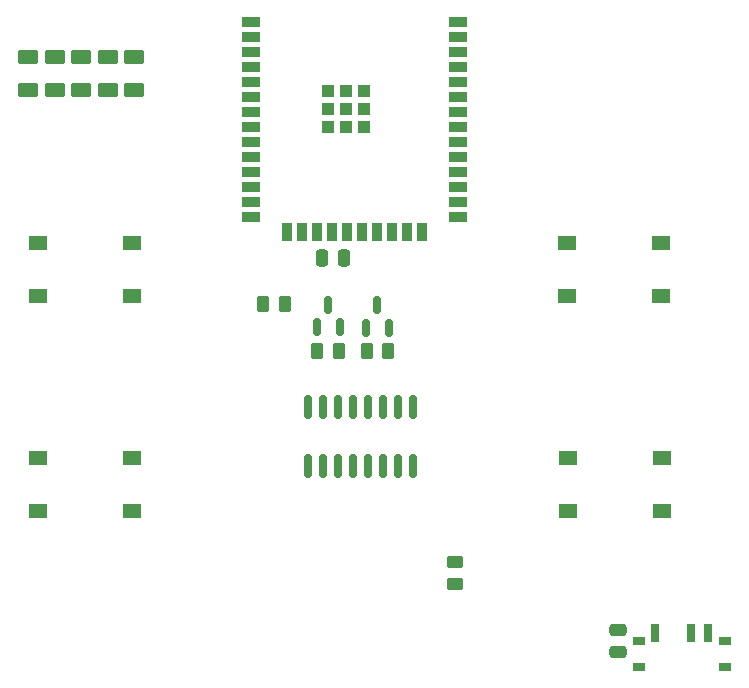
<source format=gbr>
%TF.GenerationSoftware,KiCad,Pcbnew,9.0.0*%
%TF.CreationDate,2025-04-24T22:15:06+07:00*%
%TF.ProjectId,Controll_,436f6e74-726f-46c6-9cbb-2e6b69636164,rev?*%
%TF.SameCoordinates,Original*%
%TF.FileFunction,Paste,Top*%
%TF.FilePolarity,Positive*%
%FSLAX46Y46*%
G04 Gerber Fmt 4.6, Leading zero omitted, Abs format (unit mm)*
G04 Created by KiCad (PCBNEW 9.0.0) date 2025-04-24 22:15:06*
%MOMM*%
%LPD*%
G01*
G04 APERTURE LIST*
G04 Aperture macros list*
%AMRoundRect*
0 Rectangle with rounded corners*
0 $1 Rounding radius*
0 $2 $3 $4 $5 $6 $7 $8 $9 X,Y pos of 4 corners*
0 Add a 4 corners polygon primitive as box body*
4,1,4,$2,$3,$4,$5,$6,$7,$8,$9,$2,$3,0*
0 Add four circle primitives for the rounded corners*
1,1,$1+$1,$2,$3*
1,1,$1+$1,$4,$5*
1,1,$1+$1,$6,$7*
1,1,$1+$1,$8,$9*
0 Add four rect primitives between the rounded corners*
20,1,$1+$1,$2,$3,$4,$5,0*
20,1,$1+$1,$4,$5,$6,$7,0*
20,1,$1+$1,$6,$7,$8,$9,0*
20,1,$1+$1,$8,$9,$2,$3,0*%
G04 Aperture macros list end*
%ADD10R,1.550000X1.300000*%
%ADD11RoundRect,0.250000X0.625000X-0.375000X0.625000X0.375000X-0.625000X0.375000X-0.625000X-0.375000X0*%
%ADD12RoundRect,0.150000X0.150000X-0.587500X0.150000X0.587500X-0.150000X0.587500X-0.150000X-0.587500X0*%
%ADD13RoundRect,0.250000X0.262500X0.450000X-0.262500X0.450000X-0.262500X-0.450000X0.262500X-0.450000X0*%
%ADD14RoundRect,0.250000X-0.250000X-0.475000X0.250000X-0.475000X0.250000X0.475000X-0.250000X0.475000X0*%
%ADD15R,1.500000X0.900000*%
%ADD16R,0.900000X1.500000*%
%ADD17R,1.050000X1.050000*%
%ADD18R,1.000000X0.800000*%
%ADD19R,0.700000X1.500000*%
%ADD20RoundRect,0.250000X-0.475000X0.250000X-0.475000X-0.250000X0.475000X-0.250000X0.475000X0.250000X0*%
%ADD21RoundRect,0.250000X-0.450000X0.262500X-0.450000X-0.262500X0.450000X-0.262500X0.450000X0.262500X0*%
%ADD22RoundRect,0.150000X0.150000X-0.825000X0.150000X0.825000X-0.150000X0.825000X-0.150000X-0.825000X0*%
G04 APERTURE END LIST*
D10*
%TO.C,SW2*%
X111100000Y-94325000D03*
X119060000Y-94325000D03*
X111100000Y-98825000D03*
X119060000Y-98825000D03*
%TD*%
%TO.C,SW3*%
X155920000Y-76150000D03*
X163880000Y-76150000D03*
X155920000Y-80650000D03*
X163880000Y-80650000D03*
%TD*%
D11*
%TO.C,D6*%
X112525000Y-63152500D03*
X112525000Y-60352500D03*
%TD*%
D12*
%TO.C,Q1*%
X134750000Y-83287500D03*
X136650000Y-83287500D03*
X135700000Y-81412500D03*
%TD*%
D11*
%TO.C,D7*%
X114775000Y-63152500D03*
X114775000Y-60352500D03*
%TD*%
D13*
%TO.C,R7*%
X140750000Y-85250000D03*
X138925000Y-85250000D03*
%TD*%
%TO.C,R9*%
X132000000Y-81300000D03*
X130175000Y-81300000D03*
%TD*%
D11*
%TO.C,D9*%
X119275000Y-63152500D03*
X119275000Y-60352500D03*
%TD*%
%TO.C,D8*%
X117025000Y-63152500D03*
X117025000Y-60352500D03*
%TD*%
D10*
%TO.C,SW5*%
X163925000Y-98825000D03*
X155965000Y-98825000D03*
X163925000Y-94325000D03*
X155965000Y-94325000D03*
%TD*%
D11*
%TO.C,D5*%
X110275000Y-63152500D03*
X110275000Y-60352500D03*
%TD*%
D14*
%TO.C,D10*%
X135125000Y-77425000D03*
X137025000Y-77425000D03*
%TD*%
D15*
%TO.C,U5*%
X129155000Y-57410000D03*
X129155000Y-58680000D03*
X129155000Y-59950000D03*
X129155000Y-61220000D03*
X129155000Y-62490000D03*
X129155000Y-63760000D03*
X129155000Y-65030000D03*
X129155000Y-66300000D03*
X129155000Y-67570000D03*
X129155000Y-68840000D03*
X129155000Y-70110000D03*
X129155000Y-71380000D03*
X129155000Y-72650000D03*
X129155000Y-73920000D03*
D16*
X132195000Y-75170000D03*
X133465000Y-75170000D03*
X134735000Y-75170000D03*
X136005000Y-75170000D03*
X137275000Y-75170000D03*
X138545000Y-75170000D03*
X139815000Y-75170000D03*
X141085000Y-75170000D03*
X142355000Y-75170000D03*
X143625000Y-75170000D03*
D15*
X146655000Y-73920000D03*
X146655000Y-72650000D03*
X146655000Y-71380000D03*
X146655000Y-70110000D03*
X146655000Y-68840000D03*
X146655000Y-67570000D03*
X146655000Y-66300000D03*
X146655000Y-65030000D03*
X146655000Y-63760000D03*
X146655000Y-62490000D03*
X146655000Y-61220000D03*
X146655000Y-59950000D03*
X146655000Y-58680000D03*
X146655000Y-57410000D03*
D17*
X135700000Y-63225000D03*
X135700000Y-64750000D03*
X135700000Y-66275000D03*
X137225000Y-63225000D03*
X137225000Y-64750000D03*
X137225000Y-66275000D03*
X138750000Y-63225000D03*
X138750000Y-64750000D03*
X138750000Y-66275000D03*
%TD*%
D18*
%TO.C,SW1*%
X161975000Y-109815000D03*
X161975000Y-112025000D03*
X169275000Y-109815000D03*
X169275000Y-112025000D03*
D19*
X163375000Y-109165000D03*
X166375000Y-109165000D03*
X167875000Y-109165000D03*
%TD*%
D10*
%TO.C,SW4*%
X111100000Y-76125000D03*
X119060000Y-76125000D03*
X111100000Y-80625000D03*
X119060000Y-80625000D03*
%TD*%
D20*
%TO.C,C5*%
X160200000Y-108900000D03*
X160200000Y-110800000D03*
%TD*%
D12*
%TO.C,Q2*%
X138900000Y-83300000D03*
X140800000Y-83300000D03*
X139850000Y-81425000D03*
%TD*%
D21*
%TO.C,R8*%
X146450000Y-103150000D03*
X146450000Y-104975000D03*
%TD*%
D22*
%TO.C,U6*%
X133935000Y-94987500D03*
X135205000Y-94987500D03*
X136475000Y-94987500D03*
X137745000Y-94987500D03*
X139015000Y-94987500D03*
X140285000Y-94987500D03*
X141555000Y-94987500D03*
X142825000Y-94987500D03*
X142825000Y-90037500D03*
X141555000Y-90037500D03*
X140285000Y-90037500D03*
X139015000Y-90037500D03*
X137745000Y-90037500D03*
X136475000Y-90037500D03*
X135205000Y-90037500D03*
X133935000Y-90037500D03*
%TD*%
D13*
%TO.C,R6*%
X136562500Y-85262500D03*
X134737500Y-85262500D03*
%TD*%
M02*

</source>
